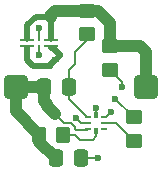
<source format=gbr>
%TF.GenerationSoftware,KiCad,Pcbnew,9.0.5*%
%TF.CreationDate,2025-10-30T22:10:56+01:00*%
%TF.ProjectId,bms_18650,626d735f-3138-4363-9530-2e6b69636164,rev?*%
%TF.SameCoordinates,Original*%
%TF.FileFunction,Copper,L1,Top*%
%TF.FilePolarity,Positive*%
%FSLAX46Y46*%
G04 Gerber Fmt 4.6, Leading zero omitted, Abs format (unit mm)*
G04 Created by KiCad (PCBNEW 9.0.5) date 2025-10-30 22:10:56*
%MOMM*%
%LPD*%
G01*
G04 APERTURE LIST*
G04 Aperture macros list*
%AMRoundRect*
0 Rectangle with rounded corners*
0 $1 Rounding radius*
0 $2 $3 $4 $5 $6 $7 $8 $9 X,Y pos of 4 corners*
0 Add a 4 corners polygon primitive as box body*
4,1,4,$2,$3,$4,$5,$6,$7,$8,$9,$2,$3,0*
0 Add four circle primitives for the rounded corners*
1,1,$1+$1,$2,$3*
1,1,$1+$1,$4,$5*
1,1,$1+$1,$6,$7*
1,1,$1+$1,$8,$9*
0 Add four rect primitives between the rounded corners*
20,1,$1+$1,$2,$3,$4,$5,0*
20,1,$1+$1,$4,$5,$6,$7,0*
20,1,$1+$1,$6,$7,$8,$9,0*
20,1,$1+$1,$8,$9,$2,$3,0*%
G04 Aperture macros list end*
%TA.AperFunction,SMDPad,CuDef*%
%ADD10R,0.550000X0.250000*%
%TD*%
%TA.AperFunction,SMDPad,CuDef*%
%ADD11R,0.300000X0.600000*%
%TD*%
%TA.AperFunction,SMDPad,CuDef*%
%ADD12RoundRect,0.250000X0.350000X0.450000X-0.350000X0.450000X-0.350000X-0.450000X0.350000X-0.450000X0*%
%TD*%
%TA.AperFunction,SMDPad,CuDef*%
%ADD13RoundRect,0.300000X-0.700000X-0.700000X0.700000X-0.700000X0.700000X0.700000X-0.700000X0.700000X0*%
%TD*%
%TA.AperFunction,SMDPad,CuDef*%
%ADD14RoundRect,0.250000X-0.450000X0.350000X-0.450000X-0.350000X0.450000X-0.350000X0.450000X0.350000X0*%
%TD*%
%TA.AperFunction,SMDPad,CuDef*%
%ADD15RoundRect,0.250000X0.450000X-0.350000X0.450000X0.350000X-0.450000X0.350000X-0.450000X-0.350000X0*%
%TD*%
%TA.AperFunction,SMDPad,CuDef*%
%ADD16RoundRect,0.250000X0.337500X0.475000X-0.337500X0.475000X-0.337500X-0.475000X0.337500X-0.475000X0*%
%TD*%
%TA.AperFunction,SMDPad,CuDef*%
%ADD17RoundRect,0.250000X-0.337500X-0.475000X0.337500X-0.475000X0.337500X0.475000X-0.337500X0.475000X0*%
%TD*%
%TA.AperFunction,SMDPad,CuDef*%
%ADD18O,1.250000X0.250000*%
%TD*%
%TA.AperFunction,SMDPad,CuDef*%
%ADD19C,0.250000*%
%TD*%
%TA.AperFunction,ViaPad*%
%ADD20C,0.600000*%
%TD*%
%TA.AperFunction,ViaPad*%
%ADD21C,0.500000*%
%TD*%
%TA.AperFunction,Conductor*%
%ADD22C,0.200000*%
%TD*%
%TA.AperFunction,Conductor*%
%ADD23C,0.500000*%
%TD*%
%TA.AperFunction,Conductor*%
%ADD24C,1.000000*%
%TD*%
G04 APERTURE END LIST*
D10*
%TO.P,IC1,1,BAT*%
%TO.N,Net-(IC1-BAT)*%
X150650000Y-102500000D03*
%TO.P,IC1,2,VDD*%
%TO.N,Net-(IC1-VDD)*%
X150650000Y-103000000D03*
%TO.P,IC1,3,VSS*%
%TO.N,CELL-*%
X150650000Y-103500000D03*
D11*
%TO.P,IC1,4,CS*%
%TO.N,Net-(IC1-CS)*%
X151325000Y-103650000D03*
D10*
%TO.P,IC1,5,CTR*%
%TO.N,unconnected-(IC1-CTR-Pad5)*%
X152000000Y-103500000D03*
%TO.P,IC1,6,PACK*%
%TO.N,Net-(IC1-PACK)*%
X152000000Y-103000000D03*
%TO.P,IC1,7,DSG*%
%TO.N,Net-(IC1-DSG)*%
X152000000Y-102500000D03*
D11*
%TO.P,IC1,8,CHG*%
%TO.N,Net-(IC1-CHG)*%
X151325000Y-102350000D03*
%TD*%
D12*
%TO.P,R_SEN1,1*%
%TO.N,Net-(IC1-CS)*%
X148500000Y-104000000D03*
%TO.P,R_SEN1,2*%
%TO.N,CELL-*%
X146500000Y-104000000D03*
%TD*%
D13*
%TO.P,J2,1,CELL+*%
%TO.N,CELL+*%
X155500000Y-100000000D03*
%TO.P,J2,2,CELL-*%
%TO.N,CELL-*%
X144500000Y-100000000D03*
%TD*%
D14*
%TO.P,R5,1*%
%TO.N,LINK+*%
X154500000Y-102500000D03*
%TO.P,R5,2*%
%TO.N,Net-(IC1-PACK)*%
X154500000Y-104500000D03*
%TD*%
D15*
%TO.P,R3,1*%
%TO.N,Net-(IC1-VDD)*%
X152500000Y-98500000D03*
%TO.P,R3,2*%
%TO.N,CELL+*%
X152500000Y-96500000D03*
%TD*%
D16*
%TO.P,C1,1*%
%TO.N,Net-(IC1-BAT)*%
X149000000Y-100000000D03*
%TO.P,C1,2*%
%TO.N,CELL-*%
X146925000Y-100000000D03*
%TD*%
D15*
%TO.P,R4,1*%
%TO.N,Net-(IC1-BAT)*%
X150500000Y-95500000D03*
%TO.P,R4,2*%
%TO.N,CELL+*%
X150500000Y-93500000D03*
%TD*%
D17*
%TO.P,C2,1*%
%TO.N,CELL-*%
X147925000Y-106000000D03*
%TO.P,C2,2*%
%TO.N,Net-(IC1-VDD)*%
X150000000Y-106000000D03*
%TD*%
D18*
%TO.P,IC2,1,S1_1*%
%TO.N,LINK+*%
X145500000Y-96500000D03*
D19*
%TO.P,IC2,2,G1*%
%TO.N,Net-(IC1-DSG)*%
X146500000Y-96500000D03*
D18*
%TO.P,IC2,3,S1_2*%
%TO.N,LINK+*%
X147500000Y-96500000D03*
%TO.P,IC2,4,S2_1*%
%TO.N,CELL+*%
X147500000Y-96000000D03*
D19*
%TO.P,IC2,5,G2*%
%TO.N,Net-(IC1-CHG)*%
X146500000Y-96000000D03*
D18*
%TO.P,IC2,6,S2_2*%
%TO.N,CELL+*%
X145500000Y-96000000D03*
%TD*%
D20*
%TO.N,Net-(IC1-VDD)*%
X149597918Y-102549973D03*
%TO.N,Net-(IC1-DSG)*%
X152609304Y-102067637D03*
%TO.N,Net-(IC1-CHG)*%
X151338755Y-101704052D03*
%TO.N,Net-(IC1-VDD)*%
X151500000Y-106000000D03*
%TO.N,Net-(IC1-DSG)*%
X146500000Y-97270928D03*
%TO.N,Net-(IC1-VDD)*%
X153500000Y-100000000D03*
%TO.N,Net-(IC1-CHG)*%
X146500000Y-95000000D03*
D21*
%TO.N,CELL-*%
X146925000Y-101145319D03*
X147459475Y-101815639D03*
X147807078Y-102255137D03*
D20*
%TO.N,LINK+*%
X147424086Y-98183219D03*
X152952422Y-100940885D03*
X147819635Y-97675799D03*
X148289541Y-97268215D03*
%TD*%
D22*
%TO.N,Net-(IC1-VDD)*%
X150031963Y-102984018D02*
X150634018Y-102984018D01*
X150634018Y-102984018D02*
X150650000Y-103000000D01*
X149597918Y-102549973D02*
X150031963Y-102984018D01*
%TO.N,Net-(IC1-BAT)*%
X149000000Y-101000000D02*
X149000000Y-100000000D01*
X150500000Y-102500000D02*
X149000000Y-101000000D01*
X150650000Y-102500000D02*
X150500000Y-102500000D01*
%TO.N,CELL-*%
X150564982Y-103585018D02*
X150650000Y-103500000D01*
X149531201Y-103490107D02*
X149626112Y-103585018D01*
X149531201Y-103335863D02*
X149531201Y-103490107D01*
X149195338Y-103000000D02*
X149531201Y-103335863D01*
X148551941Y-103000000D02*
X149195338Y-103000000D01*
X149626112Y-103585018D02*
X150564982Y-103585018D01*
%TO.N,Net-(IC1-CHG)*%
X151325000Y-101717807D02*
X151338755Y-101704052D01*
X151325000Y-102350000D02*
X151325000Y-101717807D01*
%TO.N,Net-(IC1-DSG)*%
X152000000Y-102500000D02*
X152176941Y-102500000D01*
X152176941Y-102500000D02*
X152609304Y-102067637D01*
D23*
%TO.N,CELL+*%
X145500000Y-94696346D02*
X145500000Y-95924000D01*
X146196346Y-94000000D02*
X147500000Y-94000000D01*
X145500000Y-94696346D02*
X146196346Y-94000000D01*
D24*
%TO.N,CELL-*%
X147151826Y-101372145D02*
X147151826Y-101599885D01*
X146925000Y-101145319D02*
X147151826Y-101372145D01*
X146925000Y-101145319D02*
X146925000Y-100000000D01*
X147151826Y-101599885D02*
X147807078Y-102255137D01*
D22*
%TO.N,Net-(IC1-DSG)*%
X146500000Y-97270928D02*
X146500000Y-96500000D01*
%TO.N,Net-(IC1-VDD)*%
X153500000Y-99500000D02*
X152500000Y-98500000D01*
X153500000Y-100000000D02*
X153500000Y-99500000D01*
%TO.N,Net-(IC1-PACK)*%
X153000000Y-103000000D02*
X154500000Y-104500000D01*
X152000000Y-103000000D02*
X153000000Y-103000000D01*
%TO.N,Net-(IC1-CS)*%
X151325000Y-104131049D02*
X151325000Y-103650000D01*
%TO.N,CELL-*%
X148551941Y-103000000D02*
X147807078Y-102255137D01*
%TO.N,Net-(IC1-CS)*%
X149509843Y-104000000D02*
X148500000Y-104000000D01*
X149930221Y-104420378D02*
X149509843Y-104000000D01*
X151035671Y-104420378D02*
X149930221Y-104420378D01*
X151325000Y-104131049D02*
X151035671Y-104420378D01*
%TO.N,LINK+*%
X152952422Y-100952422D02*
X154500000Y-102500000D01*
X152952422Y-100940885D02*
X152952422Y-100952422D01*
%TO.N,Net-(IC1-BAT)*%
X150500000Y-96000000D02*
X149500000Y-97000000D01*
X150500000Y-95500000D02*
X150500000Y-96000000D01*
X149500000Y-98000000D02*
X149000000Y-98500000D01*
X149500000Y-97000000D02*
X149500000Y-98000000D01*
X149000000Y-98500000D02*
X149000000Y-100000000D01*
%TO.N,Net-(IC1-VDD)*%
X151500000Y-106000000D02*
X150000000Y-106000000D01*
%TO.N,Net-(IC1-CHG)*%
X146500000Y-96000000D02*
X146500000Y-95000000D01*
D24*
%TO.N,CELL-*%
X144500000Y-100000000D02*
X146925000Y-100000000D01*
X146500000Y-104575000D02*
X147925000Y-106000000D01*
X144500000Y-100000000D02*
X144500000Y-102000000D01*
X144500000Y-102000000D02*
X146500000Y-104000000D01*
X146500000Y-104000000D02*
X146500000Y-104575000D01*
%TO.N,CELL+*%
X147415929Y-93915929D02*
X147500000Y-94000000D01*
X155500000Y-97000000D02*
X155000000Y-96500000D01*
X152500000Y-96500000D02*
X152500000Y-94500000D01*
X155000000Y-96500000D02*
X152500000Y-96500000D01*
X152500000Y-94500000D02*
X151500000Y-93500000D01*
X151500000Y-93500000D02*
X150500000Y-93500000D01*
X155500000Y-100000000D02*
X155500000Y-97000000D01*
X147831859Y-93500000D02*
X147415929Y-93915929D01*
X150500000Y-93500000D02*
X147831859Y-93500000D01*
D23*
X147500000Y-94000000D02*
X147500000Y-95924000D01*
%TO.N,LINK+*%
X146000000Y-98183219D02*
X145500000Y-97683219D01*
D22*
X147500000Y-96500000D02*
X147521326Y-96500000D01*
D23*
X147312215Y-98183219D02*
X147819635Y-97675799D01*
X145500000Y-97683219D02*
X145500000Y-96625000D01*
X147000000Y-98183219D02*
X147312215Y-98183219D01*
D22*
X152893307Y-101000000D02*
X152952422Y-100940885D01*
D23*
X146000000Y-98183219D02*
X147000000Y-98183219D01*
X148289541Y-97268215D02*
X147646326Y-96625000D01*
X147881957Y-97675799D02*
X148289541Y-97268215D01*
X147819635Y-97675799D02*
X147881957Y-97675799D01*
X147646326Y-96625000D02*
X147500000Y-96625000D01*
X147000000Y-98183219D02*
X147424086Y-98183219D01*
%TD*%
M02*

</source>
